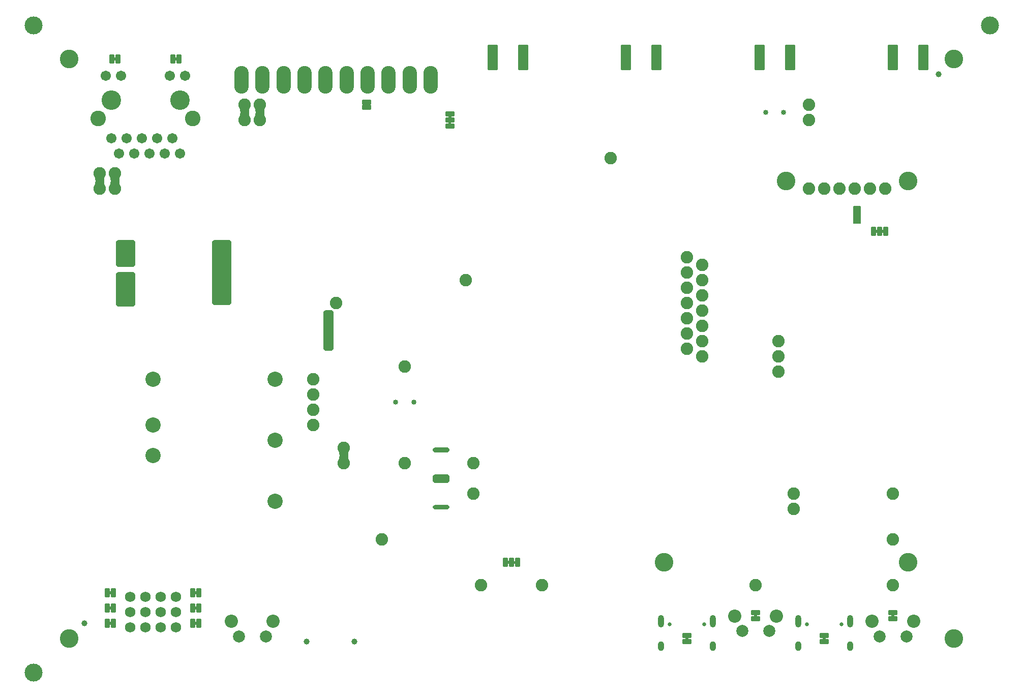
<source format=gbs>
%TF.GenerationSoftware,KiCad,Pcbnew,8.0.5*%
%TF.CreationDate,2024-10-24T12:31:37+01:00*%
%TF.ProjectId,SparkPNT_GPSDO_panelized,53706172-6b50-44e5-945f-475053444f5f,rev?*%
%TF.SameCoordinates,Original*%
%TF.FileFunction,Soldermask,Bot*%
%TF.FilePolarity,Negative*%
%FSLAX46Y46*%
G04 Gerber Fmt 4.6, Leading zero omitted, Abs format (unit mm)*
G04 Created by KiCad (PCBNEW 8.0.5) date 2024-10-24 12:31:37*
%MOMM*%
%LPD*%
G01*
G04 APERTURE LIST*
G04 Aperture macros list*
%AMRoundRect*
0 Rectangle with rounded corners*
0 $1 Rounding radius*
0 $2 $3 $4 $5 $6 $7 $8 $9 X,Y pos of 4 corners*
0 Add a 4 corners polygon primitive as box body*
4,1,4,$2,$3,$4,$5,$6,$7,$8,$9,$2,$3,0*
0 Add four circle primitives for the rounded corners*
1,1,$1+$1,$2,$3*
1,1,$1+$1,$4,$5*
1,1,$1+$1,$6,$7*
1,1,$1+$1,$8,$9*
0 Add four rect primitives between the rounded corners*
20,1,$1+$1,$2,$3,$4,$5,0*
20,1,$1+$1,$4,$5,$6,$7,0*
20,1,$1+$1,$6,$7,$8,$9,0*
20,1,$1+$1,$8,$9,$2,$3,0*%
G04 Aperture macros list end*
%ADD10C,0.200000*%
%ADD11C,0.000000*%
%ADD12C,3.100000*%
%ADD13C,2.003200*%
%ADD14C,2.203200*%
%ADD15C,2.082800*%
%ADD16RoundRect,0.101600X-0.750000X-2.000000X0.750000X-2.000000X0.750000X2.000000X-0.750000X2.000000X0*%
%ADD17O,2.403200X4.603200*%
%ADD18C,2.540000*%
%ADD19C,1.727200*%
%ADD20C,1.000000*%
%ADD21C,0.850000*%
%ADD22C,0.650000*%
%ADD23O,1.000000X1.600000*%
%ADD24O,1.000000X2.100000*%
%ADD25C,3.250000*%
%ADD26C,1.703200*%
%ADD27C,2.603200*%
%ADD28RoundRect,0.101600X-0.330200X-0.635000X0.330200X-0.635000X0.330200X0.635000X-0.330200X0.635000X0*%
%ADD29RoundRect,0.101600X-0.635000X0.317500X-0.635000X-0.317500X0.635000X-0.317500X0.635000X0.317500X0*%
%ADD30RoundRect,0.101600X0.330200X0.635000X-0.330200X0.635000X-0.330200X-0.635000X0.330200X-0.635000X0*%
%ADD31RoundRect,0.101600X0.635000X-0.330200X0.635000X0.330200X-0.635000X0.330200X-0.635000X-0.330200X0*%
%ADD32RoundRect,0.101600X-0.635000X0.330200X-0.635000X-0.330200X0.635000X-0.330200X0.635000X0.330200X0*%
%ADD33C,3.000000*%
%ADD34RoundRect,0.085000X-0.635000X0.317500X-0.635000X-0.317500X0.635000X-0.317500X0.635000X0.317500X0*%
G04 APERTURE END LIST*
D10*
X65786000Y29591000D02*
X65786000Y28829000D01*
X65532000Y28575000D01*
X63373000Y28575000D01*
X63119000Y28829000D01*
X63119000Y29591000D01*
X63373000Y29845000D01*
X65532000Y29845000D01*
X65786000Y29591000D01*
G36*
X65786000Y29591000D02*
G01*
X65786000Y28829000D01*
X65532000Y28575000D01*
X63373000Y28575000D01*
X63119000Y28829000D01*
X63119000Y29591000D01*
X63373000Y29845000D01*
X65532000Y29845000D01*
X65786000Y29591000D01*
G37*
X13462000Y63246000D02*
X13462000Y58166000D01*
X13208000Y57912000D01*
X10668000Y57912000D01*
X10414000Y58166000D01*
X10414000Y63246000D01*
X10668000Y63500000D01*
X13208000Y63500000D01*
X13462000Y63246000D01*
G36*
X13462000Y63246000D02*
G01*
X13462000Y58166000D01*
X13208000Y57912000D01*
X10668000Y57912000D01*
X10414000Y58166000D01*
X10414000Y63246000D01*
X10668000Y63500000D01*
X13208000Y63500000D01*
X13462000Y63246000D01*
G37*
X65786000Y24511000D02*
X65786000Y24384000D01*
X65532000Y24130000D01*
X63373000Y24130000D01*
X63119000Y24384000D01*
X63119000Y24511000D01*
X63373000Y24765000D01*
X65532000Y24765000D01*
X65786000Y24511000D01*
G36*
X65786000Y24511000D02*
G01*
X65786000Y24384000D01*
X65532000Y24130000D01*
X63373000Y24130000D01*
X63119000Y24384000D01*
X63119000Y24511000D01*
X63373000Y24765000D01*
X65532000Y24765000D01*
X65786000Y24511000D01*
G37*
X65786000Y34036000D02*
X65786000Y33909000D01*
X65532000Y33655000D01*
X63373000Y33655000D01*
X63119000Y33909000D01*
X63119000Y34036000D01*
X63373000Y34290000D01*
X65532000Y34290000D01*
X65786000Y34036000D01*
G36*
X65786000Y34036000D02*
G01*
X65786000Y33909000D01*
X65532000Y33655000D01*
X63373000Y33655000D01*
X63119000Y33909000D01*
X63119000Y34036000D01*
X63373000Y34290000D01*
X65532000Y34290000D01*
X65786000Y34036000D01*
G37*
X29464000Y68580000D02*
X29464000Y58420000D01*
X29210000Y58166000D01*
X26670000Y58166000D01*
X26416000Y58420000D01*
X26416000Y68580000D01*
X26670000Y68834000D01*
X29210000Y68834000D01*
X29464000Y68580000D01*
G36*
X29464000Y68580000D02*
G01*
X29464000Y58420000D01*
X29210000Y58166000D01*
X26670000Y58166000D01*
X26416000Y58420000D01*
X26416000Y68580000D01*
X26670000Y68834000D01*
X29210000Y68834000D01*
X29464000Y68580000D01*
G37*
X46482000Y56896000D02*
X46482000Y50800000D01*
X46228000Y50546000D01*
X45212000Y50546000D01*
X44958000Y50800000D01*
X44958000Y56896000D01*
X45212000Y57150000D01*
X46228000Y57150000D01*
X46482000Y56896000D01*
G36*
X46482000Y56896000D02*
G01*
X46482000Y50800000D01*
X46228000Y50546000D01*
X45212000Y50546000D01*
X44958000Y50800000D01*
X44958000Y56896000D01*
X45212000Y57150000D01*
X46228000Y57150000D01*
X46482000Y56896000D01*
G37*
X134308500Y71748000D02*
X133165500Y71748000D01*
X133165500Y74542000D01*
X134308500Y74542000D01*
X134308500Y71748000D01*
G36*
X134308500Y71748000D02*
G01*
X133165500Y71748000D01*
X133165500Y74542000D01*
X134308500Y74542000D01*
X134308500Y71748000D01*
G37*
X13462000Y68580000D02*
X13462000Y64770000D01*
X13208000Y64516000D01*
X10668000Y64516000D01*
X10414000Y64770000D01*
X10414000Y68580000D01*
X10668000Y68834000D01*
X13208000Y68834000D01*
X13462000Y68580000D01*
G36*
X13462000Y68580000D02*
G01*
X13462000Y64770000D01*
X13208000Y64516000D01*
X10668000Y64516000D01*
X10414000Y64770000D01*
X10414000Y68580000D01*
X10668000Y68834000D01*
X13208000Y68834000D01*
X13462000Y68580000D01*
G37*
D11*
%TO.C,JP13*%
G36*
X10414000Y98819500D02*
G01*
X9906000Y98819500D01*
X9906000Y99300500D01*
X10414000Y99300500D01*
X10414000Y98819500D01*
G37*
%TO.C,JP6*%
G36*
X48983900Y32766000D02*
G01*
X47536100Y32766000D01*
X47536100Y33274000D01*
X48983900Y33274000D01*
X48983900Y32766000D01*
G37*
%TO.C,JP17*%
G36*
X9664700Y7379500D02*
G01*
X9156700Y7379500D01*
X9156700Y7860500D01*
X9664700Y7860500D01*
X9664700Y7379500D01*
G37*
%TO.C,JP1*%
G36*
X75933300Y14999500D02*
G01*
X75425300Y14999500D01*
X75425300Y15480500D01*
X75933300Y15480500D01*
X75933300Y14999500D01*
G37*
G36*
X76966000Y14976500D02*
G01*
X76458000Y14976500D01*
X76458000Y15457500D01*
X76966000Y15457500D01*
X76966000Y14976500D01*
G37*
%TO.C,JP22*%
G36*
X66153500Y88150700D02*
G01*
X65672500Y88150700D01*
X65672500Y88658700D01*
X66153500Y88658700D01*
X66153500Y88150700D01*
G37*
G36*
X66176500Y89183400D02*
G01*
X65695500Y89183400D01*
X65695500Y89691400D01*
X66176500Y89691400D01*
X66176500Y89183400D01*
G37*
%TO.C,JP16*%
G36*
X9664700Y9919500D02*
G01*
X9156700Y9919500D01*
X9156700Y10400500D01*
X9664700Y10400500D01*
X9664700Y9919500D01*
G37*
%TO.C,JP4*%
G36*
X10883900Y78486000D02*
G01*
X9436100Y78486000D01*
X9436100Y78994000D01*
X10883900Y78994000D01*
X10883900Y78486000D01*
G37*
%TO.C,JP19*%
G36*
X23863300Y9919500D02*
G01*
X23355300Y9919500D01*
X23355300Y10400500D01*
X23863300Y10400500D01*
X23863300Y9919500D01*
G37*
%TO.C,JP20*%
G36*
X23863300Y7379500D02*
G01*
X23355300Y7379500D01*
X23355300Y7860500D01*
X23863300Y7860500D01*
X23863300Y7379500D01*
G37*
%TO.C,JP10*%
G36*
X117080500Y6096000D02*
G01*
X116599500Y6096000D01*
X116599500Y6604000D01*
X117080500Y6604000D01*
X117080500Y6096000D01*
G37*
%TO.C,JP14*%
G36*
X137225500Y70133500D02*
G01*
X136717500Y70133500D01*
X136717500Y70614500D01*
X137225500Y70614500D01*
X137225500Y70133500D01*
G37*
G36*
X138258200Y70110500D02*
G01*
X137750200Y70110500D01*
X137750200Y70591500D01*
X138258200Y70591500D01*
X138258200Y70110500D01*
G37*
%TO.C,JP5*%
G36*
X8343900Y78486000D02*
G01*
X6896100Y78486000D01*
X6896100Y78994000D01*
X8343900Y78994000D01*
X8343900Y78486000D01*
G37*
%TO.C,JP18*%
G36*
X9664700Y4839500D02*
G01*
X9156700Y4839500D01*
X9156700Y5320500D01*
X9664700Y5320500D01*
X9664700Y4839500D01*
G37*
%TO.C,JP21*%
G36*
X23863300Y4839500D02*
G01*
X23355300Y4839500D01*
X23355300Y5320500D01*
X23863300Y5320500D01*
X23863300Y4839500D01*
G37*
%TO.C,JP9*%
G36*
X128510500Y2286000D02*
G01*
X128029500Y2286000D01*
X128029500Y2794000D01*
X128510500Y2794000D01*
X128510500Y2286000D01*
G37*
%TO.C,JP12*%
G36*
X20574000Y98819500D02*
G01*
X20066000Y98819500D01*
X20066000Y99300500D01*
X20574000Y99300500D01*
X20574000Y98819500D01*
G37*
%TO.C,JP11*%
G36*
X139940500Y6096000D02*
G01*
X139459500Y6096000D01*
X139459500Y6604000D01*
X139940500Y6604000D01*
X139940500Y6096000D01*
G37*
%TO.C,JP3*%
G36*
X35013900Y89916000D02*
G01*
X33566100Y89916000D01*
X33566100Y90424000D01*
X35013900Y90424000D01*
X35013900Y89916000D01*
G37*
%TO.C,JP2*%
G36*
X32473900Y89916000D02*
G01*
X31026100Y89916000D01*
X31026100Y90424000D01*
X32473900Y90424000D01*
X32473900Y89916000D01*
G37*
%TO.C,JP8*%
G36*
X105650500Y2286000D02*
G01*
X105169500Y2286000D01*
X105169500Y2794000D01*
X105650500Y2794000D01*
X105650500Y2286000D01*
G37*
%TD*%
D12*
%TO.C,ST8*%
X142240000Y15240000D03*
%TD*%
D13*
%TO.C,SW2*%
X137450000Y2921000D03*
X141950000Y2921000D03*
D14*
X136200000Y5421000D03*
X143200000Y5421000D03*
%TD*%
D15*
%TO.C,TP11*%
X105410000Y55880000D03*
%TD*%
%TO.C,TP32*%
X128270000Y77470000D03*
%TD*%
%TO.C,TP41*%
X68580000Y62230000D03*
%TD*%
%TO.C,TP22*%
X92710000Y82550000D03*
%TD*%
%TO.C,TP21*%
X105410000Y63500000D03*
%TD*%
%TO.C,TP18*%
X107950000Y59690000D03*
%TD*%
%TO.C,TP2*%
X43180000Y38100000D03*
%TD*%
D12*
%TO.C,ST3*%
X149860000Y2540000D03*
%TD*%
D15*
%TO.C,TP20*%
X107950000Y64770000D03*
%TD*%
%TO.C,TP25*%
X71120000Y11430000D03*
%TD*%
%TO.C,TP9*%
X43180000Y40640000D03*
%TD*%
%TO.C,TP6*%
X54610000Y19050000D03*
%TD*%
D16*
%TO.C,J1*%
X73025000Y99314000D03*
X78105000Y99314000D03*
%TD*%
D15*
%TO.C,TP45*%
X138430000Y77470000D03*
%TD*%
%TO.C,TP30*%
X105410000Y66040000D03*
%TD*%
D16*
%TO.C,J3*%
X139700000Y99314000D03*
X144780000Y99314000D03*
%TD*%
D15*
%TO.C,TP3*%
X43180000Y45720000D03*
%TD*%
%TO.C,TP5*%
X69850000Y26670000D03*
%TD*%
%TO.C,TP14*%
X107950000Y52070000D03*
%TD*%
D17*
%TO.C,J9*%
X62740000Y95625000D03*
X59240000Y95625000D03*
X55740000Y95625000D03*
X52240000Y95625000D03*
X48740000Y95625000D03*
X45240000Y95625000D03*
X41740000Y95625000D03*
X38240000Y95625000D03*
X34740000Y95625000D03*
X31240000Y95625000D03*
%TD*%
D15*
%TO.C,TP26*%
X81280000Y11430000D03*
%TD*%
D12*
%TO.C,ST4*%
X2540000Y2540000D03*
%TD*%
D18*
%TO.C,U6*%
X16510000Y33020000D03*
X16510000Y38100000D03*
X16510000Y45720000D03*
X36830000Y45720000D03*
X36830000Y35560000D03*
X36830000Y25400000D03*
%TD*%
D15*
%TO.C,TP13*%
X107950000Y54610000D03*
%TD*%
%TO.C,TP1*%
X120650000Y49530000D03*
%TD*%
D12*
%TO.C,ST1*%
X149860000Y99060000D03*
%TD*%
D15*
%TO.C,TP37*%
X116840000Y11430000D03*
%TD*%
%TO.C,TP29*%
X107950000Y49530000D03*
%TD*%
D12*
%TO.C,ST5*%
X142240000Y78740000D03*
%TD*%
D19*
%TO.C,D12*%
X17780000Y9525000D03*
X17780000Y6985000D03*
X17780000Y4445000D03*
X20320000Y9525000D03*
X20320000Y6985000D03*
X20320000Y4445000D03*
%TD*%
D15*
%TO.C,TP43*%
X120650000Y52070000D03*
%TD*%
D20*
%TO.C,J6*%
X42040000Y2032000D03*
X50040000Y2032000D03*
%TD*%
D16*
%TO.C,J12*%
X95250000Y99314000D03*
X100330000Y99314000D03*
%TD*%
D15*
%TO.C,TP7*%
X69850000Y31750000D03*
%TD*%
%TO.C,TP24*%
X120650000Y46990000D03*
%TD*%
D21*
%TO.C,SW4*%
X56920000Y41910000D03*
X59920000Y41910000D03*
%TD*%
D15*
%TO.C,TP33*%
X125730000Y77470000D03*
%TD*%
D12*
%TO.C,ST2*%
X2540000Y99060000D03*
%TD*%
D15*
%TO.C,TP27*%
X135890000Y77470000D03*
%TD*%
D22*
%TO.C,J4*%
X125380000Y4905000D03*
X131160000Y4905000D03*
D23*
X123952000Y1255000D03*
D24*
X123952000Y5435000D03*
X132588000Y5435000D03*
D23*
X132588000Y1255000D03*
%TD*%
D22*
%TO.C,J2*%
X102520000Y4905000D03*
X108300000Y4905000D03*
D23*
X101092000Y1255000D03*
D24*
X101092000Y5435000D03*
X109728000Y5435000D03*
D23*
X109728000Y1255000D03*
%TD*%
D15*
%TO.C,TP42*%
X125730000Y91440000D03*
%TD*%
%TO.C,TP15*%
X107950000Y57150000D03*
%TD*%
D16*
%TO.C,J8*%
X117475000Y99314000D03*
X122555000Y99314000D03*
%TD*%
D15*
%TO.C,TP35*%
X123190000Y24130000D03*
%TD*%
D19*
%TO.C,D11*%
X12700000Y9525000D03*
X12700000Y6985000D03*
X12700000Y4445000D03*
X15240000Y9525000D03*
X15240000Y6985000D03*
X15240000Y4445000D03*
%TD*%
D15*
%TO.C,TP34*%
X123190000Y26670000D03*
%TD*%
%TO.C,TP31*%
X130810000Y77470000D03*
%TD*%
D13*
%TO.C,SW1*%
X114590000Y3810000D03*
X119090000Y3810000D03*
D14*
X113340000Y6310000D03*
X120340000Y6310000D03*
%TD*%
D15*
%TO.C,TP44*%
X125730000Y88900000D03*
%TD*%
%TO.C,TP40*%
X58420000Y47879000D03*
%TD*%
D12*
%TO.C,ST6*%
X121920000Y78740000D03*
%TD*%
D25*
%TO.C,J5*%
X20955000Y92202000D03*
X9525000Y92202000D03*
D26*
X20955000Y83312000D03*
X19685000Y85852000D03*
X18415000Y83312000D03*
X17145000Y85852000D03*
X15875000Y83312000D03*
X14605000Y85852000D03*
X13335000Y83312000D03*
X12065000Y85852000D03*
X10795000Y83312000D03*
X9525000Y85852000D03*
X21870000Y96262000D03*
X19330000Y96262000D03*
X11150000Y96262000D03*
X8610000Y96262000D03*
D27*
X23115000Y89152000D03*
X7365000Y89152000D03*
%TD*%
D15*
%TO.C,TP10*%
X105410000Y53340000D03*
%TD*%
%TO.C,TP28*%
X133350000Y77470000D03*
%TD*%
%TO.C,TP16*%
X105410000Y58420000D03*
%TD*%
%TO.C,TP4*%
X58420000Y31750000D03*
%TD*%
%TO.C,TP19*%
X107950000Y62230000D03*
%TD*%
%TO.C,TP38*%
X139700000Y26670000D03*
%TD*%
%TO.C,TP17*%
X105410000Y60960000D03*
%TD*%
%TO.C,TP36*%
X139700000Y11430000D03*
%TD*%
D13*
%TO.C,SW3*%
X30770000Y2921000D03*
X35270000Y2921000D03*
D14*
X29520000Y5421000D03*
X36520000Y5421000D03*
%TD*%
D12*
%TO.C,ST7*%
X101600000Y15240000D03*
%TD*%
D15*
%TO.C,TP12*%
X105410000Y50800000D03*
%TD*%
%TO.C,TP39*%
X139700000Y19050000D03*
%TD*%
%TO.C,TP8*%
X43180000Y43180000D03*
%TD*%
%TO.C,TP23*%
X46990000Y58420000D03*
%TD*%
D21*
%TO.C,SW5*%
X118515000Y90170000D03*
X121515000Y90170000D03*
%TD*%
D28*
%TO.C,JP13*%
X9639300Y99060000D03*
X10680700Y99060000D03*
%TD*%
D15*
%TO.C,JP6*%
X48260000Y34290000D03*
D29*
X48260000Y33528000D03*
X48260000Y32512000D03*
D15*
X48260000Y31750000D03*
%TD*%
D28*
%TO.C,JP17*%
X8890000Y7620000D03*
X9931400Y7620000D03*
%TD*%
%TO.C,JP1*%
X75158600Y15240000D03*
X76200000Y15240000D03*
D30*
X77241400Y15240000D03*
%TD*%
D31*
%TO.C,JP22*%
X65913000Y87884000D03*
X65913000Y88925400D03*
D32*
X65913000Y89966800D03*
%TD*%
D28*
%TO.C,JP16*%
X8890000Y10160000D03*
X9931400Y10160000D03*
%TD*%
D15*
%TO.C,JP4*%
X10160000Y80010000D03*
D29*
X10160000Y79248000D03*
X10160000Y78232000D03*
D15*
X10160000Y77470000D03*
%TD*%
D30*
%TO.C,JP19*%
X24130000Y10160000D03*
X23088600Y10160000D03*
%TD*%
%TO.C,JP20*%
X24130000Y7620000D03*
X23088600Y7620000D03*
%TD*%
D31*
%TO.C,JP10*%
X116840000Y5829300D03*
X116840000Y6870700D03*
%TD*%
D30*
%TO.C,JP14*%
X138524900Y70351000D03*
X137483500Y70351000D03*
D28*
X136442100Y70351000D03*
%TD*%
D15*
%TO.C,JP5*%
X7620000Y80010000D03*
D29*
X7620000Y79248000D03*
X7620000Y78232000D03*
D15*
X7620000Y77470000D03*
%TD*%
D20*
%TO.C,FID2*%
X5080000Y5080000D03*
%TD*%
%TO.C,FID1*%
X147320000Y96520000D03*
%TD*%
D28*
%TO.C,JP18*%
X8890000Y5080000D03*
X9931400Y5080000D03*
%TD*%
D30*
%TO.C,JP21*%
X24130000Y5080000D03*
X23088600Y5080000D03*
%TD*%
D32*
%TO.C,JP9*%
X128270000Y3060700D03*
X128270000Y2019300D03*
%TD*%
D33*
%TO.C,*%
X155825000Y104680000D03*
%TD*%
%TO.C,*%
X-3425000Y-3080000D03*
%TD*%
D28*
%TO.C,JP12*%
X19799300Y99060000D03*
X20840700Y99060000D03*
%TD*%
D34*
%TO.C,JP15*%
X52070000Y91846400D03*
X52070000Y91033600D03*
%TD*%
D31*
%TO.C,JP11*%
X139700000Y5829300D03*
X139700000Y6870700D03*
%TD*%
D33*
%TO.C,*%
X-3425000Y104680000D03*
%TD*%
D15*
%TO.C,JP3*%
X34290000Y91440000D03*
D29*
X34290000Y90678000D03*
X34290000Y89662000D03*
D15*
X34290000Y88900000D03*
%TD*%
%TO.C,JP2*%
X31750000Y91440000D03*
D29*
X31750000Y90678000D03*
X31750000Y89662000D03*
D15*
X31750000Y88900000D03*
%TD*%
D32*
%TO.C,JP8*%
X105410000Y3060700D03*
X105410000Y2019300D03*
%TD*%
M02*

</source>
